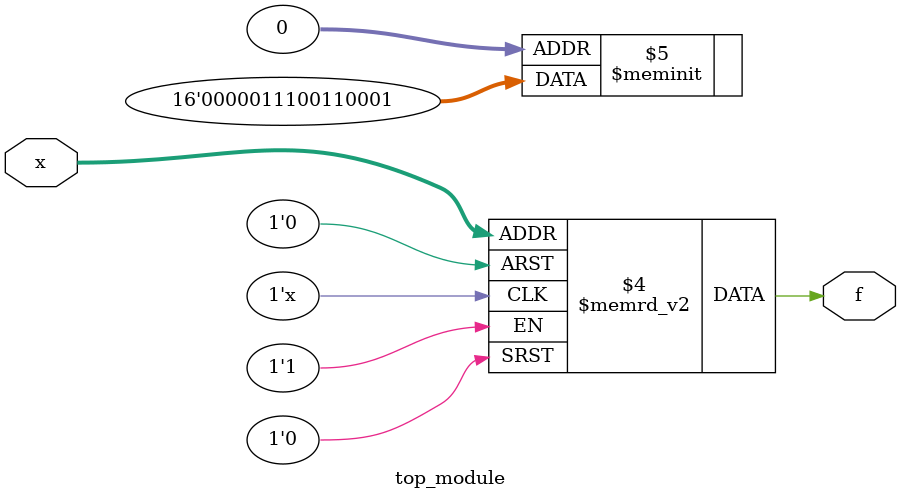
<source format=sv>
module top_module (
    input [4:1] x,
    output logic f
);
    always_comb begin
        case (x)
            4'b0000: f = 1'b1;
            4'b0001: f = 1'b0;
            4'b0010: f = 1'b0;
            4'b0011: f = 1'b0;
            4'b0100: f = 1'b1;
            4'b0101: f = 1'b1;
            4'b0110: f = 1'b0;
            4'b0111: f = 1'b0;
            4'b1000: f = 1'b1;
            4'b1001: f = 1'b1;
            4'b1010: f = 1'b1;
            4'b1011: f = 1'b0;
            4'b1100: f = 1'b0;
            4'b1101: f = 1'b0;
            4'b1110: f = 1'b0;
            4'b1111: f = 1'b0;
            default: f = 1'b0;
        endcase
    end
endmodule

</source>
